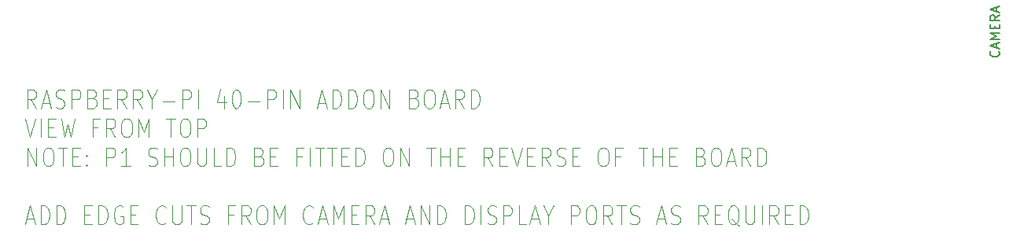
<source format=gbr>
G04 #@! TF.GenerationSoftware,KiCad,Pcbnew,(5.1.5)-3*
G04 #@! TF.CreationDate,2020-03-15T22:36:38-07:00*
G04 #@! TF.ProjectId,pihat,70696861-742e-46b6-9963-61645f706362,rev?*
G04 #@! TF.SameCoordinates,Original*
G04 #@! TF.FileFunction,OtherDrawing,Comment*
%FSLAX46Y46*%
G04 Gerber Fmt 4.6, Leading zero omitted, Abs format (unit mm)*
G04 Created by KiCad (PCBNEW (5.1.5)-3) date 2020-03-15 22:36:38*
%MOMM*%
%LPD*%
G04 APERTURE LIST*
%ADD10C,0.150000*%
%ADD11C,0.120000*%
G04 APERTURE END LIST*
D10*
X245357142Y-141071428D02*
X245404761Y-141119047D01*
X245452380Y-141261904D01*
X245452380Y-141357142D01*
X245404761Y-141500000D01*
X245309523Y-141595238D01*
X245214285Y-141642857D01*
X245023809Y-141690476D01*
X244880952Y-141690476D01*
X244690476Y-141642857D01*
X244595238Y-141595238D01*
X244500000Y-141500000D01*
X244452380Y-141357142D01*
X244452380Y-141261904D01*
X244500000Y-141119047D01*
X244547619Y-141071428D01*
X245166666Y-140690476D02*
X245166666Y-140214285D01*
X245452380Y-140785714D02*
X244452380Y-140452380D01*
X245452380Y-140119047D01*
X245452380Y-139785714D02*
X244452380Y-139785714D01*
X245166666Y-139452380D01*
X244452380Y-139119047D01*
X245452380Y-139119047D01*
X244928571Y-138642857D02*
X244928571Y-138309523D01*
X245452380Y-138166666D02*
X245452380Y-138642857D01*
X244452380Y-138642857D01*
X244452380Y-138166666D01*
X245452380Y-137166666D02*
X244976190Y-137500000D01*
X245452380Y-137738095D02*
X244452380Y-137738095D01*
X244452380Y-137357142D01*
X244500000Y-137261904D01*
X244547619Y-137214285D01*
X244642857Y-137166666D01*
X244785714Y-137166666D01*
X244880952Y-137214285D01*
X244928571Y-137261904D01*
X244976190Y-137357142D01*
X244976190Y-137738095D01*
X245166666Y-136785714D02*
X245166666Y-136309523D01*
X245452380Y-136880952D02*
X244452380Y-136547619D01*
X245452380Y-136214285D01*
D11*
X141764190Y-147204761D02*
X141197523Y-146252380D01*
X140792761Y-147204761D02*
X140792761Y-145204761D01*
X141440380Y-145204761D01*
X141602285Y-145300000D01*
X141683238Y-145395238D01*
X141764190Y-145585714D01*
X141764190Y-145871428D01*
X141683238Y-146061904D01*
X141602285Y-146157142D01*
X141440380Y-146252380D01*
X140792761Y-146252380D01*
X142411809Y-146633333D02*
X143221333Y-146633333D01*
X142249904Y-147204761D02*
X142816571Y-145204761D01*
X143383238Y-147204761D01*
X143868952Y-147109523D02*
X144111809Y-147204761D01*
X144516571Y-147204761D01*
X144678476Y-147109523D01*
X144759428Y-147014285D01*
X144840380Y-146823809D01*
X144840380Y-146633333D01*
X144759428Y-146442857D01*
X144678476Y-146347619D01*
X144516571Y-146252380D01*
X144192761Y-146157142D01*
X144030857Y-146061904D01*
X143949904Y-145966666D01*
X143868952Y-145776190D01*
X143868952Y-145585714D01*
X143949904Y-145395238D01*
X144030857Y-145300000D01*
X144192761Y-145204761D01*
X144597523Y-145204761D01*
X144840380Y-145300000D01*
X145568952Y-147204761D02*
X145568952Y-145204761D01*
X146216571Y-145204761D01*
X146378476Y-145300000D01*
X146459428Y-145395238D01*
X146540380Y-145585714D01*
X146540380Y-145871428D01*
X146459428Y-146061904D01*
X146378476Y-146157142D01*
X146216571Y-146252380D01*
X145568952Y-146252380D01*
X147835619Y-146157142D02*
X148078476Y-146252380D01*
X148159428Y-146347619D01*
X148240380Y-146538095D01*
X148240380Y-146823809D01*
X148159428Y-147014285D01*
X148078476Y-147109523D01*
X147916571Y-147204761D01*
X147268952Y-147204761D01*
X147268952Y-145204761D01*
X147835619Y-145204761D01*
X147997523Y-145300000D01*
X148078476Y-145395238D01*
X148159428Y-145585714D01*
X148159428Y-145776190D01*
X148078476Y-145966666D01*
X147997523Y-146061904D01*
X147835619Y-146157142D01*
X147268952Y-146157142D01*
X148968952Y-146157142D02*
X149535619Y-146157142D01*
X149778476Y-147204761D02*
X148968952Y-147204761D01*
X148968952Y-145204761D01*
X149778476Y-145204761D01*
X151478476Y-147204761D02*
X150911809Y-146252380D01*
X150507047Y-147204761D02*
X150507047Y-145204761D01*
X151154666Y-145204761D01*
X151316571Y-145300000D01*
X151397523Y-145395238D01*
X151478476Y-145585714D01*
X151478476Y-145871428D01*
X151397523Y-146061904D01*
X151316571Y-146157142D01*
X151154666Y-146252380D01*
X150507047Y-146252380D01*
X153178476Y-147204761D02*
X152611809Y-146252380D01*
X152207047Y-147204761D02*
X152207047Y-145204761D01*
X152854666Y-145204761D01*
X153016571Y-145300000D01*
X153097523Y-145395238D01*
X153178476Y-145585714D01*
X153178476Y-145871428D01*
X153097523Y-146061904D01*
X153016571Y-146157142D01*
X152854666Y-146252380D01*
X152207047Y-146252380D01*
X154230857Y-146252380D02*
X154230857Y-147204761D01*
X153664190Y-145204761D02*
X154230857Y-146252380D01*
X154797523Y-145204761D01*
X155364190Y-146442857D02*
X156659428Y-146442857D01*
X157468952Y-147204761D02*
X157468952Y-145204761D01*
X158116571Y-145204761D01*
X158278476Y-145300000D01*
X158359428Y-145395238D01*
X158440380Y-145585714D01*
X158440380Y-145871428D01*
X158359428Y-146061904D01*
X158278476Y-146157142D01*
X158116571Y-146252380D01*
X157468952Y-146252380D01*
X159168952Y-147204761D02*
X159168952Y-145204761D01*
X162002285Y-145871428D02*
X162002285Y-147204761D01*
X161597523Y-145109523D02*
X161192761Y-146538095D01*
X162245142Y-146538095D01*
X163216571Y-145204761D02*
X163378476Y-145204761D01*
X163540380Y-145300000D01*
X163621333Y-145395238D01*
X163702285Y-145585714D01*
X163783238Y-145966666D01*
X163783238Y-146442857D01*
X163702285Y-146823809D01*
X163621333Y-147014285D01*
X163540380Y-147109523D01*
X163378476Y-147204761D01*
X163216571Y-147204761D01*
X163054666Y-147109523D01*
X162973714Y-147014285D01*
X162892761Y-146823809D01*
X162811809Y-146442857D01*
X162811809Y-145966666D01*
X162892761Y-145585714D01*
X162973714Y-145395238D01*
X163054666Y-145300000D01*
X163216571Y-145204761D01*
X164511809Y-146442857D02*
X165807047Y-146442857D01*
X166616571Y-147204761D02*
X166616571Y-145204761D01*
X167264190Y-145204761D01*
X167426095Y-145300000D01*
X167507047Y-145395238D01*
X167588000Y-145585714D01*
X167588000Y-145871428D01*
X167507047Y-146061904D01*
X167426095Y-146157142D01*
X167264190Y-146252380D01*
X166616571Y-146252380D01*
X168316571Y-147204761D02*
X168316571Y-145204761D01*
X169126095Y-147204761D02*
X169126095Y-145204761D01*
X170097523Y-147204761D01*
X170097523Y-145204761D01*
X172121333Y-146633333D02*
X172930857Y-146633333D01*
X171959428Y-147204761D02*
X172526095Y-145204761D01*
X173092761Y-147204761D01*
X173659428Y-147204761D02*
X173659428Y-145204761D01*
X174064190Y-145204761D01*
X174307047Y-145300000D01*
X174468952Y-145490476D01*
X174549904Y-145680952D01*
X174630857Y-146061904D01*
X174630857Y-146347619D01*
X174549904Y-146728571D01*
X174468952Y-146919047D01*
X174307047Y-147109523D01*
X174064190Y-147204761D01*
X173659428Y-147204761D01*
X175359428Y-147204761D02*
X175359428Y-145204761D01*
X175764190Y-145204761D01*
X176007047Y-145300000D01*
X176168952Y-145490476D01*
X176249904Y-145680952D01*
X176330857Y-146061904D01*
X176330857Y-146347619D01*
X176249904Y-146728571D01*
X176168952Y-146919047D01*
X176007047Y-147109523D01*
X175764190Y-147204761D01*
X175359428Y-147204761D01*
X177383238Y-145204761D02*
X177707047Y-145204761D01*
X177868952Y-145300000D01*
X178030857Y-145490476D01*
X178111809Y-145871428D01*
X178111809Y-146538095D01*
X178030857Y-146919047D01*
X177868952Y-147109523D01*
X177707047Y-147204761D01*
X177383238Y-147204761D01*
X177221333Y-147109523D01*
X177059428Y-146919047D01*
X176978476Y-146538095D01*
X176978476Y-145871428D01*
X177059428Y-145490476D01*
X177221333Y-145300000D01*
X177383238Y-145204761D01*
X178840380Y-147204761D02*
X178840380Y-145204761D01*
X179811809Y-147204761D01*
X179811809Y-145204761D01*
X182483238Y-146157142D02*
X182726095Y-146252380D01*
X182807047Y-146347619D01*
X182888000Y-146538095D01*
X182888000Y-146823809D01*
X182807047Y-147014285D01*
X182726095Y-147109523D01*
X182564190Y-147204761D01*
X181916571Y-147204761D01*
X181916571Y-145204761D01*
X182483238Y-145204761D01*
X182645142Y-145300000D01*
X182726095Y-145395238D01*
X182807047Y-145585714D01*
X182807047Y-145776190D01*
X182726095Y-145966666D01*
X182645142Y-146061904D01*
X182483238Y-146157142D01*
X181916571Y-146157142D01*
X183940380Y-145204761D02*
X184264190Y-145204761D01*
X184426095Y-145300000D01*
X184588000Y-145490476D01*
X184668952Y-145871428D01*
X184668952Y-146538095D01*
X184588000Y-146919047D01*
X184426095Y-147109523D01*
X184264190Y-147204761D01*
X183940380Y-147204761D01*
X183778476Y-147109523D01*
X183616571Y-146919047D01*
X183535619Y-146538095D01*
X183535619Y-145871428D01*
X183616571Y-145490476D01*
X183778476Y-145300000D01*
X183940380Y-145204761D01*
X185316571Y-146633333D02*
X186126095Y-146633333D01*
X185154666Y-147204761D02*
X185721333Y-145204761D01*
X186288000Y-147204761D01*
X187826095Y-147204761D02*
X187259428Y-146252380D01*
X186854666Y-147204761D02*
X186854666Y-145204761D01*
X187502285Y-145204761D01*
X187664190Y-145300000D01*
X187745142Y-145395238D01*
X187826095Y-145585714D01*
X187826095Y-145871428D01*
X187745142Y-146061904D01*
X187664190Y-146157142D01*
X187502285Y-146252380D01*
X186854666Y-146252380D01*
X188554666Y-147204761D02*
X188554666Y-145204761D01*
X188959428Y-145204761D01*
X189202285Y-145300000D01*
X189364190Y-145490476D01*
X189445142Y-145680952D01*
X189526095Y-146061904D01*
X189526095Y-146347619D01*
X189445142Y-146728571D01*
X189364190Y-146919047D01*
X189202285Y-147109523D01*
X188959428Y-147204761D01*
X188554666Y-147204761D01*
X140549904Y-148324761D02*
X141116571Y-150324761D01*
X141683238Y-148324761D01*
X142249904Y-150324761D02*
X142249904Y-148324761D01*
X143059428Y-149277142D02*
X143626095Y-149277142D01*
X143868952Y-150324761D02*
X143059428Y-150324761D01*
X143059428Y-148324761D01*
X143868952Y-148324761D01*
X144435619Y-148324761D02*
X144840380Y-150324761D01*
X145164190Y-148896190D01*
X145488000Y-150324761D01*
X145892761Y-148324761D01*
X148402285Y-149277142D02*
X147835619Y-149277142D01*
X147835619Y-150324761D02*
X147835619Y-148324761D01*
X148645142Y-148324761D01*
X150264190Y-150324761D02*
X149697523Y-149372380D01*
X149292761Y-150324761D02*
X149292761Y-148324761D01*
X149940380Y-148324761D01*
X150102285Y-148420000D01*
X150183238Y-148515238D01*
X150264190Y-148705714D01*
X150264190Y-148991428D01*
X150183238Y-149181904D01*
X150102285Y-149277142D01*
X149940380Y-149372380D01*
X149292761Y-149372380D01*
X151316571Y-148324761D02*
X151640380Y-148324761D01*
X151802285Y-148420000D01*
X151964190Y-148610476D01*
X152045142Y-148991428D01*
X152045142Y-149658095D01*
X151964190Y-150039047D01*
X151802285Y-150229523D01*
X151640380Y-150324761D01*
X151316571Y-150324761D01*
X151154666Y-150229523D01*
X150992761Y-150039047D01*
X150911809Y-149658095D01*
X150911809Y-148991428D01*
X150992761Y-148610476D01*
X151154666Y-148420000D01*
X151316571Y-148324761D01*
X152773714Y-150324761D02*
X152773714Y-148324761D01*
X153340380Y-149753333D01*
X153907047Y-148324761D01*
X153907047Y-150324761D01*
X155768952Y-148324761D02*
X156740380Y-148324761D01*
X156254666Y-150324761D02*
X156254666Y-148324761D01*
X157630857Y-148324761D02*
X157954666Y-148324761D01*
X158116571Y-148420000D01*
X158278476Y-148610476D01*
X158359428Y-148991428D01*
X158359428Y-149658095D01*
X158278476Y-150039047D01*
X158116571Y-150229523D01*
X157954666Y-150324761D01*
X157630857Y-150324761D01*
X157468952Y-150229523D01*
X157307047Y-150039047D01*
X157226095Y-149658095D01*
X157226095Y-148991428D01*
X157307047Y-148610476D01*
X157468952Y-148420000D01*
X157630857Y-148324761D01*
X159088000Y-150324761D02*
X159088000Y-148324761D01*
X159735619Y-148324761D01*
X159897523Y-148420000D01*
X159978476Y-148515238D01*
X160059428Y-148705714D01*
X160059428Y-148991428D01*
X159978476Y-149181904D01*
X159897523Y-149277142D01*
X159735619Y-149372380D01*
X159088000Y-149372380D01*
X140792761Y-153444761D02*
X140792761Y-151444761D01*
X141764190Y-153444761D01*
X141764190Y-151444761D01*
X142897523Y-151444761D02*
X143221333Y-151444761D01*
X143383238Y-151540000D01*
X143545142Y-151730476D01*
X143626095Y-152111428D01*
X143626095Y-152778095D01*
X143545142Y-153159047D01*
X143383238Y-153349523D01*
X143221333Y-153444761D01*
X142897523Y-153444761D01*
X142735619Y-153349523D01*
X142573714Y-153159047D01*
X142492761Y-152778095D01*
X142492761Y-152111428D01*
X142573714Y-151730476D01*
X142735619Y-151540000D01*
X142897523Y-151444761D01*
X144111809Y-151444761D02*
X145083238Y-151444761D01*
X144597523Y-153444761D02*
X144597523Y-151444761D01*
X145649904Y-152397142D02*
X146216571Y-152397142D01*
X146459428Y-153444761D02*
X145649904Y-153444761D01*
X145649904Y-151444761D01*
X146459428Y-151444761D01*
X147188000Y-153254285D02*
X147268952Y-153349523D01*
X147188000Y-153444761D01*
X147107047Y-153349523D01*
X147188000Y-153254285D01*
X147188000Y-153444761D01*
X147188000Y-152206666D02*
X147268952Y-152301904D01*
X147188000Y-152397142D01*
X147107047Y-152301904D01*
X147188000Y-152206666D01*
X147188000Y-152397142D01*
X149292761Y-153444761D02*
X149292761Y-151444761D01*
X149940380Y-151444761D01*
X150102285Y-151540000D01*
X150183238Y-151635238D01*
X150264190Y-151825714D01*
X150264190Y-152111428D01*
X150183238Y-152301904D01*
X150102285Y-152397142D01*
X149940380Y-152492380D01*
X149292761Y-152492380D01*
X151883238Y-153444761D02*
X150911809Y-153444761D01*
X151397523Y-153444761D02*
X151397523Y-151444761D01*
X151235619Y-151730476D01*
X151073714Y-151920952D01*
X150911809Y-152016190D01*
X153826095Y-153349523D02*
X154068952Y-153444761D01*
X154473714Y-153444761D01*
X154635619Y-153349523D01*
X154716571Y-153254285D01*
X154797523Y-153063809D01*
X154797523Y-152873333D01*
X154716571Y-152682857D01*
X154635619Y-152587619D01*
X154473714Y-152492380D01*
X154149904Y-152397142D01*
X153988000Y-152301904D01*
X153907047Y-152206666D01*
X153826095Y-152016190D01*
X153826095Y-151825714D01*
X153907047Y-151635238D01*
X153988000Y-151540000D01*
X154149904Y-151444761D01*
X154554666Y-151444761D01*
X154797523Y-151540000D01*
X155526095Y-153444761D02*
X155526095Y-151444761D01*
X155526095Y-152397142D02*
X156497523Y-152397142D01*
X156497523Y-153444761D02*
X156497523Y-151444761D01*
X157630857Y-151444761D02*
X157954666Y-151444761D01*
X158116571Y-151540000D01*
X158278476Y-151730476D01*
X158359428Y-152111428D01*
X158359428Y-152778095D01*
X158278476Y-153159047D01*
X158116571Y-153349523D01*
X157954666Y-153444761D01*
X157630857Y-153444761D01*
X157468952Y-153349523D01*
X157307047Y-153159047D01*
X157226095Y-152778095D01*
X157226095Y-152111428D01*
X157307047Y-151730476D01*
X157468952Y-151540000D01*
X157630857Y-151444761D01*
X159088000Y-151444761D02*
X159088000Y-153063809D01*
X159168952Y-153254285D01*
X159249904Y-153349523D01*
X159411809Y-153444761D01*
X159735619Y-153444761D01*
X159897523Y-153349523D01*
X159978476Y-153254285D01*
X160059428Y-153063809D01*
X160059428Y-151444761D01*
X161678476Y-153444761D02*
X160868952Y-153444761D01*
X160868952Y-151444761D01*
X162245142Y-153444761D02*
X162245142Y-151444761D01*
X162649904Y-151444761D01*
X162892761Y-151540000D01*
X163054666Y-151730476D01*
X163135619Y-151920952D01*
X163216571Y-152301904D01*
X163216571Y-152587619D01*
X163135619Y-152968571D01*
X163054666Y-153159047D01*
X162892761Y-153349523D01*
X162649904Y-153444761D01*
X162245142Y-153444761D01*
X165807047Y-152397142D02*
X166049904Y-152492380D01*
X166130857Y-152587619D01*
X166211809Y-152778095D01*
X166211809Y-153063809D01*
X166130857Y-153254285D01*
X166049904Y-153349523D01*
X165888000Y-153444761D01*
X165240380Y-153444761D01*
X165240380Y-151444761D01*
X165807047Y-151444761D01*
X165968952Y-151540000D01*
X166049904Y-151635238D01*
X166130857Y-151825714D01*
X166130857Y-152016190D01*
X166049904Y-152206666D01*
X165968952Y-152301904D01*
X165807047Y-152397142D01*
X165240380Y-152397142D01*
X166940380Y-152397142D02*
X167507047Y-152397142D01*
X167749904Y-153444761D02*
X166940380Y-153444761D01*
X166940380Y-151444761D01*
X167749904Y-151444761D01*
X170340380Y-152397142D02*
X169773714Y-152397142D01*
X169773714Y-153444761D02*
X169773714Y-151444761D01*
X170583238Y-151444761D01*
X171230857Y-153444761D02*
X171230857Y-151444761D01*
X171797523Y-151444761D02*
X172768952Y-151444761D01*
X172283238Y-153444761D02*
X172283238Y-151444761D01*
X173092761Y-151444761D02*
X174064190Y-151444761D01*
X173578476Y-153444761D02*
X173578476Y-151444761D01*
X174630857Y-152397142D02*
X175197523Y-152397142D01*
X175440380Y-153444761D02*
X174630857Y-153444761D01*
X174630857Y-151444761D01*
X175440380Y-151444761D01*
X176168952Y-153444761D02*
X176168952Y-151444761D01*
X176573714Y-151444761D01*
X176816571Y-151540000D01*
X176978476Y-151730476D01*
X177059428Y-151920952D01*
X177140380Y-152301904D01*
X177140380Y-152587619D01*
X177059428Y-152968571D01*
X176978476Y-153159047D01*
X176816571Y-153349523D01*
X176573714Y-153444761D01*
X176168952Y-153444761D01*
X179488000Y-151444761D02*
X179811809Y-151444761D01*
X179973714Y-151540000D01*
X180135619Y-151730476D01*
X180216571Y-152111428D01*
X180216571Y-152778095D01*
X180135619Y-153159047D01*
X179973714Y-153349523D01*
X179811809Y-153444761D01*
X179488000Y-153444761D01*
X179326095Y-153349523D01*
X179164190Y-153159047D01*
X179083238Y-152778095D01*
X179083238Y-152111428D01*
X179164190Y-151730476D01*
X179326095Y-151540000D01*
X179488000Y-151444761D01*
X180945142Y-153444761D02*
X180945142Y-151444761D01*
X181916571Y-153444761D01*
X181916571Y-151444761D01*
X183778476Y-151444761D02*
X184749904Y-151444761D01*
X184264190Y-153444761D02*
X184264190Y-151444761D01*
X185316571Y-153444761D02*
X185316571Y-151444761D01*
X185316571Y-152397142D02*
X186288000Y-152397142D01*
X186288000Y-153444761D02*
X186288000Y-151444761D01*
X187097523Y-152397142D02*
X187664190Y-152397142D01*
X187907047Y-153444761D02*
X187097523Y-153444761D01*
X187097523Y-151444761D01*
X187907047Y-151444761D01*
X190902285Y-153444761D02*
X190335619Y-152492380D01*
X189930857Y-153444761D02*
X189930857Y-151444761D01*
X190578476Y-151444761D01*
X190740380Y-151540000D01*
X190821333Y-151635238D01*
X190902285Y-151825714D01*
X190902285Y-152111428D01*
X190821333Y-152301904D01*
X190740380Y-152397142D01*
X190578476Y-152492380D01*
X189930857Y-152492380D01*
X191630857Y-152397142D02*
X192197523Y-152397142D01*
X192440380Y-153444761D02*
X191630857Y-153444761D01*
X191630857Y-151444761D01*
X192440380Y-151444761D01*
X192926095Y-151444761D02*
X193492761Y-153444761D01*
X194059428Y-151444761D01*
X194626095Y-152397142D02*
X195192761Y-152397142D01*
X195435619Y-153444761D02*
X194626095Y-153444761D01*
X194626095Y-151444761D01*
X195435619Y-151444761D01*
X197135619Y-153444761D02*
X196568952Y-152492380D01*
X196164190Y-153444761D02*
X196164190Y-151444761D01*
X196811809Y-151444761D01*
X196973714Y-151540000D01*
X197054666Y-151635238D01*
X197135619Y-151825714D01*
X197135619Y-152111428D01*
X197054666Y-152301904D01*
X196973714Y-152397142D01*
X196811809Y-152492380D01*
X196164190Y-152492380D01*
X197783238Y-153349523D02*
X198026095Y-153444761D01*
X198430857Y-153444761D01*
X198592761Y-153349523D01*
X198673714Y-153254285D01*
X198754666Y-153063809D01*
X198754666Y-152873333D01*
X198673714Y-152682857D01*
X198592761Y-152587619D01*
X198430857Y-152492380D01*
X198107047Y-152397142D01*
X197945142Y-152301904D01*
X197864190Y-152206666D01*
X197783238Y-152016190D01*
X197783238Y-151825714D01*
X197864190Y-151635238D01*
X197945142Y-151540000D01*
X198107047Y-151444761D01*
X198511809Y-151444761D01*
X198754666Y-151540000D01*
X199483238Y-152397142D02*
X200049904Y-152397142D01*
X200292761Y-153444761D02*
X199483238Y-153444761D01*
X199483238Y-151444761D01*
X200292761Y-151444761D01*
X202640380Y-151444761D02*
X202964190Y-151444761D01*
X203126095Y-151540000D01*
X203288000Y-151730476D01*
X203368952Y-152111428D01*
X203368952Y-152778095D01*
X203288000Y-153159047D01*
X203126095Y-153349523D01*
X202964190Y-153444761D01*
X202640380Y-153444761D01*
X202478476Y-153349523D01*
X202316571Y-153159047D01*
X202235619Y-152778095D01*
X202235619Y-152111428D01*
X202316571Y-151730476D01*
X202478476Y-151540000D01*
X202640380Y-151444761D01*
X204664190Y-152397142D02*
X204097523Y-152397142D01*
X204097523Y-153444761D02*
X204097523Y-151444761D01*
X204907047Y-151444761D01*
X206607047Y-151444761D02*
X207578476Y-151444761D01*
X207092761Y-153444761D02*
X207092761Y-151444761D01*
X208145142Y-153444761D02*
X208145142Y-151444761D01*
X208145142Y-152397142D02*
X209116571Y-152397142D01*
X209116571Y-153444761D02*
X209116571Y-151444761D01*
X209926095Y-152397142D02*
X210492761Y-152397142D01*
X210735619Y-153444761D02*
X209926095Y-153444761D01*
X209926095Y-151444761D01*
X210735619Y-151444761D01*
X213326095Y-152397142D02*
X213568952Y-152492380D01*
X213649904Y-152587619D01*
X213730857Y-152778095D01*
X213730857Y-153063809D01*
X213649904Y-153254285D01*
X213568952Y-153349523D01*
X213407047Y-153444761D01*
X212759428Y-153444761D01*
X212759428Y-151444761D01*
X213326095Y-151444761D01*
X213488000Y-151540000D01*
X213568952Y-151635238D01*
X213649904Y-151825714D01*
X213649904Y-152016190D01*
X213568952Y-152206666D01*
X213488000Y-152301904D01*
X213326095Y-152397142D01*
X212759428Y-152397142D01*
X214783238Y-151444761D02*
X215107047Y-151444761D01*
X215268952Y-151540000D01*
X215430857Y-151730476D01*
X215511809Y-152111428D01*
X215511809Y-152778095D01*
X215430857Y-153159047D01*
X215268952Y-153349523D01*
X215107047Y-153444761D01*
X214783238Y-153444761D01*
X214621333Y-153349523D01*
X214459428Y-153159047D01*
X214378476Y-152778095D01*
X214378476Y-152111428D01*
X214459428Y-151730476D01*
X214621333Y-151540000D01*
X214783238Y-151444761D01*
X216159428Y-152873333D02*
X216968952Y-152873333D01*
X215997523Y-153444761D02*
X216564190Y-151444761D01*
X217130857Y-153444761D01*
X218668952Y-153444761D02*
X218102285Y-152492380D01*
X217697523Y-153444761D02*
X217697523Y-151444761D01*
X218345142Y-151444761D01*
X218507047Y-151540000D01*
X218588000Y-151635238D01*
X218668952Y-151825714D01*
X218668952Y-152111428D01*
X218588000Y-152301904D01*
X218507047Y-152397142D01*
X218345142Y-152492380D01*
X217697523Y-152492380D01*
X219397523Y-153444761D02*
X219397523Y-151444761D01*
X219802285Y-151444761D01*
X220045142Y-151540000D01*
X220207047Y-151730476D01*
X220288000Y-151920952D01*
X220368952Y-152301904D01*
X220368952Y-152587619D01*
X220288000Y-152968571D01*
X220207047Y-153159047D01*
X220045142Y-153349523D01*
X219802285Y-153444761D01*
X219397523Y-153444761D01*
X140711809Y-159113333D02*
X141521333Y-159113333D01*
X140549904Y-159684761D02*
X141116571Y-157684761D01*
X141683238Y-159684761D01*
X142249904Y-159684761D02*
X142249904Y-157684761D01*
X142654666Y-157684761D01*
X142897523Y-157780000D01*
X143059428Y-157970476D01*
X143140380Y-158160952D01*
X143221333Y-158541904D01*
X143221333Y-158827619D01*
X143140380Y-159208571D01*
X143059428Y-159399047D01*
X142897523Y-159589523D01*
X142654666Y-159684761D01*
X142249904Y-159684761D01*
X143949904Y-159684761D02*
X143949904Y-157684761D01*
X144354666Y-157684761D01*
X144597523Y-157780000D01*
X144759428Y-157970476D01*
X144840380Y-158160952D01*
X144921333Y-158541904D01*
X144921333Y-158827619D01*
X144840380Y-159208571D01*
X144759428Y-159399047D01*
X144597523Y-159589523D01*
X144354666Y-159684761D01*
X143949904Y-159684761D01*
X146945142Y-158637142D02*
X147511809Y-158637142D01*
X147754666Y-159684761D02*
X146945142Y-159684761D01*
X146945142Y-157684761D01*
X147754666Y-157684761D01*
X148483238Y-159684761D02*
X148483238Y-157684761D01*
X148888000Y-157684761D01*
X149130857Y-157780000D01*
X149292761Y-157970476D01*
X149373714Y-158160952D01*
X149454666Y-158541904D01*
X149454666Y-158827619D01*
X149373714Y-159208571D01*
X149292761Y-159399047D01*
X149130857Y-159589523D01*
X148888000Y-159684761D01*
X148483238Y-159684761D01*
X151073714Y-157780000D02*
X150911809Y-157684761D01*
X150668952Y-157684761D01*
X150426095Y-157780000D01*
X150264190Y-157970476D01*
X150183238Y-158160952D01*
X150102285Y-158541904D01*
X150102285Y-158827619D01*
X150183238Y-159208571D01*
X150264190Y-159399047D01*
X150426095Y-159589523D01*
X150668952Y-159684761D01*
X150830857Y-159684761D01*
X151073714Y-159589523D01*
X151154666Y-159494285D01*
X151154666Y-158827619D01*
X150830857Y-158827619D01*
X151883238Y-158637142D02*
X152449904Y-158637142D01*
X152692761Y-159684761D02*
X151883238Y-159684761D01*
X151883238Y-157684761D01*
X152692761Y-157684761D01*
X155688000Y-159494285D02*
X155607047Y-159589523D01*
X155364190Y-159684761D01*
X155202285Y-159684761D01*
X154959428Y-159589523D01*
X154797523Y-159399047D01*
X154716571Y-159208571D01*
X154635619Y-158827619D01*
X154635619Y-158541904D01*
X154716571Y-158160952D01*
X154797523Y-157970476D01*
X154959428Y-157780000D01*
X155202285Y-157684761D01*
X155364190Y-157684761D01*
X155607047Y-157780000D01*
X155688000Y-157875238D01*
X156416571Y-157684761D02*
X156416571Y-159303809D01*
X156497523Y-159494285D01*
X156578476Y-159589523D01*
X156740380Y-159684761D01*
X157064190Y-159684761D01*
X157226095Y-159589523D01*
X157307047Y-159494285D01*
X157388000Y-159303809D01*
X157388000Y-157684761D01*
X157954666Y-157684761D02*
X158926095Y-157684761D01*
X158440380Y-159684761D02*
X158440380Y-157684761D01*
X159411809Y-159589523D02*
X159654666Y-159684761D01*
X160059428Y-159684761D01*
X160221333Y-159589523D01*
X160302285Y-159494285D01*
X160383238Y-159303809D01*
X160383238Y-159113333D01*
X160302285Y-158922857D01*
X160221333Y-158827619D01*
X160059428Y-158732380D01*
X159735619Y-158637142D01*
X159573714Y-158541904D01*
X159492761Y-158446666D01*
X159411809Y-158256190D01*
X159411809Y-158065714D01*
X159492761Y-157875238D01*
X159573714Y-157780000D01*
X159735619Y-157684761D01*
X160140380Y-157684761D01*
X160383238Y-157780000D01*
X162973714Y-158637142D02*
X162407047Y-158637142D01*
X162407047Y-159684761D02*
X162407047Y-157684761D01*
X163216571Y-157684761D01*
X164835619Y-159684761D02*
X164268952Y-158732380D01*
X163864190Y-159684761D02*
X163864190Y-157684761D01*
X164511809Y-157684761D01*
X164673714Y-157780000D01*
X164754666Y-157875238D01*
X164835619Y-158065714D01*
X164835619Y-158351428D01*
X164754666Y-158541904D01*
X164673714Y-158637142D01*
X164511809Y-158732380D01*
X163864190Y-158732380D01*
X165888000Y-157684761D02*
X166211809Y-157684761D01*
X166373714Y-157780000D01*
X166535619Y-157970476D01*
X166616571Y-158351428D01*
X166616571Y-159018095D01*
X166535619Y-159399047D01*
X166373714Y-159589523D01*
X166211809Y-159684761D01*
X165888000Y-159684761D01*
X165726095Y-159589523D01*
X165564190Y-159399047D01*
X165483238Y-159018095D01*
X165483238Y-158351428D01*
X165564190Y-157970476D01*
X165726095Y-157780000D01*
X165888000Y-157684761D01*
X167345142Y-159684761D02*
X167345142Y-157684761D01*
X167911809Y-159113333D01*
X168478476Y-157684761D01*
X168478476Y-159684761D01*
X171554666Y-159494285D02*
X171473714Y-159589523D01*
X171230857Y-159684761D01*
X171068952Y-159684761D01*
X170826095Y-159589523D01*
X170664190Y-159399047D01*
X170583238Y-159208571D01*
X170502285Y-158827619D01*
X170502285Y-158541904D01*
X170583238Y-158160952D01*
X170664190Y-157970476D01*
X170826095Y-157780000D01*
X171068952Y-157684761D01*
X171230857Y-157684761D01*
X171473714Y-157780000D01*
X171554666Y-157875238D01*
X172202285Y-159113333D02*
X173011809Y-159113333D01*
X172040380Y-159684761D02*
X172607047Y-157684761D01*
X173173714Y-159684761D01*
X173740380Y-159684761D02*
X173740380Y-157684761D01*
X174307047Y-159113333D01*
X174873714Y-157684761D01*
X174873714Y-159684761D01*
X175683238Y-158637142D02*
X176249904Y-158637142D01*
X176492761Y-159684761D02*
X175683238Y-159684761D01*
X175683238Y-157684761D01*
X176492761Y-157684761D01*
X178192761Y-159684761D02*
X177626095Y-158732380D01*
X177221333Y-159684761D02*
X177221333Y-157684761D01*
X177868952Y-157684761D01*
X178030857Y-157780000D01*
X178111809Y-157875238D01*
X178192761Y-158065714D01*
X178192761Y-158351428D01*
X178111809Y-158541904D01*
X178030857Y-158637142D01*
X177868952Y-158732380D01*
X177221333Y-158732380D01*
X178840380Y-159113333D02*
X179649904Y-159113333D01*
X178678476Y-159684761D02*
X179245142Y-157684761D01*
X179811809Y-159684761D01*
X181592761Y-159113333D02*
X182402285Y-159113333D01*
X181430857Y-159684761D02*
X181997523Y-157684761D01*
X182564190Y-159684761D01*
X183130857Y-159684761D02*
X183130857Y-157684761D01*
X184102285Y-159684761D01*
X184102285Y-157684761D01*
X184911809Y-159684761D02*
X184911809Y-157684761D01*
X185316571Y-157684761D01*
X185559428Y-157780000D01*
X185721333Y-157970476D01*
X185802285Y-158160952D01*
X185883238Y-158541904D01*
X185883238Y-158827619D01*
X185802285Y-159208571D01*
X185721333Y-159399047D01*
X185559428Y-159589523D01*
X185316571Y-159684761D01*
X184911809Y-159684761D01*
X187907047Y-159684761D02*
X187907047Y-157684761D01*
X188311809Y-157684761D01*
X188554666Y-157780000D01*
X188716571Y-157970476D01*
X188797523Y-158160952D01*
X188878476Y-158541904D01*
X188878476Y-158827619D01*
X188797523Y-159208571D01*
X188716571Y-159399047D01*
X188554666Y-159589523D01*
X188311809Y-159684761D01*
X187907047Y-159684761D01*
X189607047Y-159684761D02*
X189607047Y-157684761D01*
X190335619Y-159589523D02*
X190578476Y-159684761D01*
X190983238Y-159684761D01*
X191145142Y-159589523D01*
X191226095Y-159494285D01*
X191307047Y-159303809D01*
X191307047Y-159113333D01*
X191226095Y-158922857D01*
X191145142Y-158827619D01*
X190983238Y-158732380D01*
X190659428Y-158637142D01*
X190497523Y-158541904D01*
X190416571Y-158446666D01*
X190335619Y-158256190D01*
X190335619Y-158065714D01*
X190416571Y-157875238D01*
X190497523Y-157780000D01*
X190659428Y-157684761D01*
X191064190Y-157684761D01*
X191307047Y-157780000D01*
X192035619Y-159684761D02*
X192035619Y-157684761D01*
X192683238Y-157684761D01*
X192845142Y-157780000D01*
X192926095Y-157875238D01*
X193007047Y-158065714D01*
X193007047Y-158351428D01*
X192926095Y-158541904D01*
X192845142Y-158637142D01*
X192683238Y-158732380D01*
X192035619Y-158732380D01*
X194545142Y-159684761D02*
X193735619Y-159684761D01*
X193735619Y-157684761D01*
X195030857Y-159113333D02*
X195840380Y-159113333D01*
X194868952Y-159684761D02*
X195435619Y-157684761D01*
X196002285Y-159684761D01*
X196892761Y-158732380D02*
X196892761Y-159684761D01*
X196326095Y-157684761D02*
X196892761Y-158732380D01*
X197459428Y-157684761D01*
X199321333Y-159684761D02*
X199321333Y-157684761D01*
X199968952Y-157684761D01*
X200130857Y-157780000D01*
X200211809Y-157875238D01*
X200292761Y-158065714D01*
X200292761Y-158351428D01*
X200211809Y-158541904D01*
X200130857Y-158637142D01*
X199968952Y-158732380D01*
X199321333Y-158732380D01*
X201345142Y-157684761D02*
X201668952Y-157684761D01*
X201830857Y-157780000D01*
X201992761Y-157970476D01*
X202073714Y-158351428D01*
X202073714Y-159018095D01*
X201992761Y-159399047D01*
X201830857Y-159589523D01*
X201668952Y-159684761D01*
X201345142Y-159684761D01*
X201183238Y-159589523D01*
X201021333Y-159399047D01*
X200940380Y-159018095D01*
X200940380Y-158351428D01*
X201021333Y-157970476D01*
X201183238Y-157780000D01*
X201345142Y-157684761D01*
X203773714Y-159684761D02*
X203207047Y-158732380D01*
X202802285Y-159684761D02*
X202802285Y-157684761D01*
X203449904Y-157684761D01*
X203611809Y-157780000D01*
X203692761Y-157875238D01*
X203773714Y-158065714D01*
X203773714Y-158351428D01*
X203692761Y-158541904D01*
X203611809Y-158637142D01*
X203449904Y-158732380D01*
X202802285Y-158732380D01*
X204259428Y-157684761D02*
X205230857Y-157684761D01*
X204745142Y-159684761D02*
X204745142Y-157684761D01*
X205716571Y-159589523D02*
X205959428Y-159684761D01*
X206364190Y-159684761D01*
X206526095Y-159589523D01*
X206607047Y-159494285D01*
X206688000Y-159303809D01*
X206688000Y-159113333D01*
X206607047Y-158922857D01*
X206526095Y-158827619D01*
X206364190Y-158732380D01*
X206040380Y-158637142D01*
X205878476Y-158541904D01*
X205797523Y-158446666D01*
X205716571Y-158256190D01*
X205716571Y-158065714D01*
X205797523Y-157875238D01*
X205878476Y-157780000D01*
X206040380Y-157684761D01*
X206445142Y-157684761D01*
X206688000Y-157780000D01*
X208630857Y-159113333D02*
X209440380Y-159113333D01*
X208468952Y-159684761D02*
X209035619Y-157684761D01*
X209602285Y-159684761D01*
X210088000Y-159589523D02*
X210330857Y-159684761D01*
X210735619Y-159684761D01*
X210897523Y-159589523D01*
X210978476Y-159494285D01*
X211059428Y-159303809D01*
X211059428Y-159113333D01*
X210978476Y-158922857D01*
X210897523Y-158827619D01*
X210735619Y-158732380D01*
X210411809Y-158637142D01*
X210249904Y-158541904D01*
X210168952Y-158446666D01*
X210088000Y-158256190D01*
X210088000Y-158065714D01*
X210168952Y-157875238D01*
X210249904Y-157780000D01*
X210411809Y-157684761D01*
X210816571Y-157684761D01*
X211059428Y-157780000D01*
X214054666Y-159684761D02*
X213488000Y-158732380D01*
X213083238Y-159684761D02*
X213083238Y-157684761D01*
X213730857Y-157684761D01*
X213892761Y-157780000D01*
X213973714Y-157875238D01*
X214054666Y-158065714D01*
X214054666Y-158351428D01*
X213973714Y-158541904D01*
X213892761Y-158637142D01*
X213730857Y-158732380D01*
X213083238Y-158732380D01*
X214783238Y-158637142D02*
X215349904Y-158637142D01*
X215592761Y-159684761D02*
X214783238Y-159684761D01*
X214783238Y-157684761D01*
X215592761Y-157684761D01*
X217454666Y-159875238D02*
X217292761Y-159780000D01*
X217130857Y-159589523D01*
X216888000Y-159303809D01*
X216726095Y-159208571D01*
X216564190Y-159208571D01*
X216645142Y-159684761D02*
X216483238Y-159589523D01*
X216321333Y-159399047D01*
X216240380Y-159018095D01*
X216240380Y-158351428D01*
X216321333Y-157970476D01*
X216483238Y-157780000D01*
X216645142Y-157684761D01*
X216968952Y-157684761D01*
X217130857Y-157780000D01*
X217292761Y-157970476D01*
X217373714Y-158351428D01*
X217373714Y-159018095D01*
X217292761Y-159399047D01*
X217130857Y-159589523D01*
X216968952Y-159684761D01*
X216645142Y-159684761D01*
X218102285Y-157684761D02*
X218102285Y-159303809D01*
X218183238Y-159494285D01*
X218264190Y-159589523D01*
X218426095Y-159684761D01*
X218749904Y-159684761D01*
X218911809Y-159589523D01*
X218992761Y-159494285D01*
X219073714Y-159303809D01*
X219073714Y-157684761D01*
X219883238Y-159684761D02*
X219883238Y-157684761D01*
X221664190Y-159684761D02*
X221097523Y-158732380D01*
X220692761Y-159684761D02*
X220692761Y-157684761D01*
X221340380Y-157684761D01*
X221502285Y-157780000D01*
X221583238Y-157875238D01*
X221664190Y-158065714D01*
X221664190Y-158351428D01*
X221583238Y-158541904D01*
X221502285Y-158637142D01*
X221340380Y-158732380D01*
X220692761Y-158732380D01*
X222392761Y-158637142D02*
X222959428Y-158637142D01*
X223202285Y-159684761D02*
X222392761Y-159684761D01*
X222392761Y-157684761D01*
X223202285Y-157684761D01*
X223930857Y-159684761D02*
X223930857Y-157684761D01*
X224335619Y-157684761D01*
X224578476Y-157780000D01*
X224740380Y-157970476D01*
X224821333Y-158160952D01*
X224902285Y-158541904D01*
X224902285Y-158827619D01*
X224821333Y-159208571D01*
X224740380Y-159399047D01*
X224578476Y-159589523D01*
X224335619Y-159684761D01*
X223930857Y-159684761D01*
M02*

</source>
